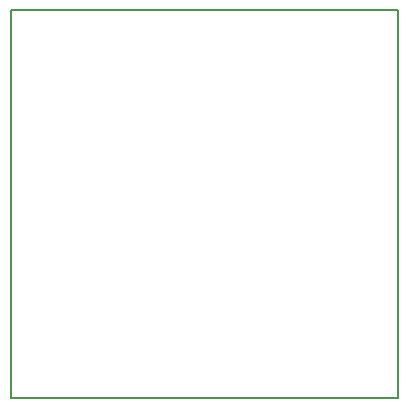
<source format=gm1>
G04 MADE WITH FRITZING*
G04 WWW.FRITZING.ORG*
G04 DOUBLE SIDED*
G04 HOLES PLATED*
G04 CONTOUR ON CENTER OF CONTOUR VECTOR*
%ASAXBY*%
%FSLAX23Y23*%
%MOIN*%
%OFA0B0*%
%SFA1.0B1.0*%
%ADD10R,1.299210X1.300000*%
%ADD11C,0.008000*%
%ADD10C,0.008*%
%LNCONTOUR*%
G90*
G70*
G54D10*
G54D11*
X4Y1296D02*
X1295Y1296D01*
X1295Y4D01*
X4Y4D01*
X4Y1296D01*
D02*
G04 End of contour*
M02*
</source>
